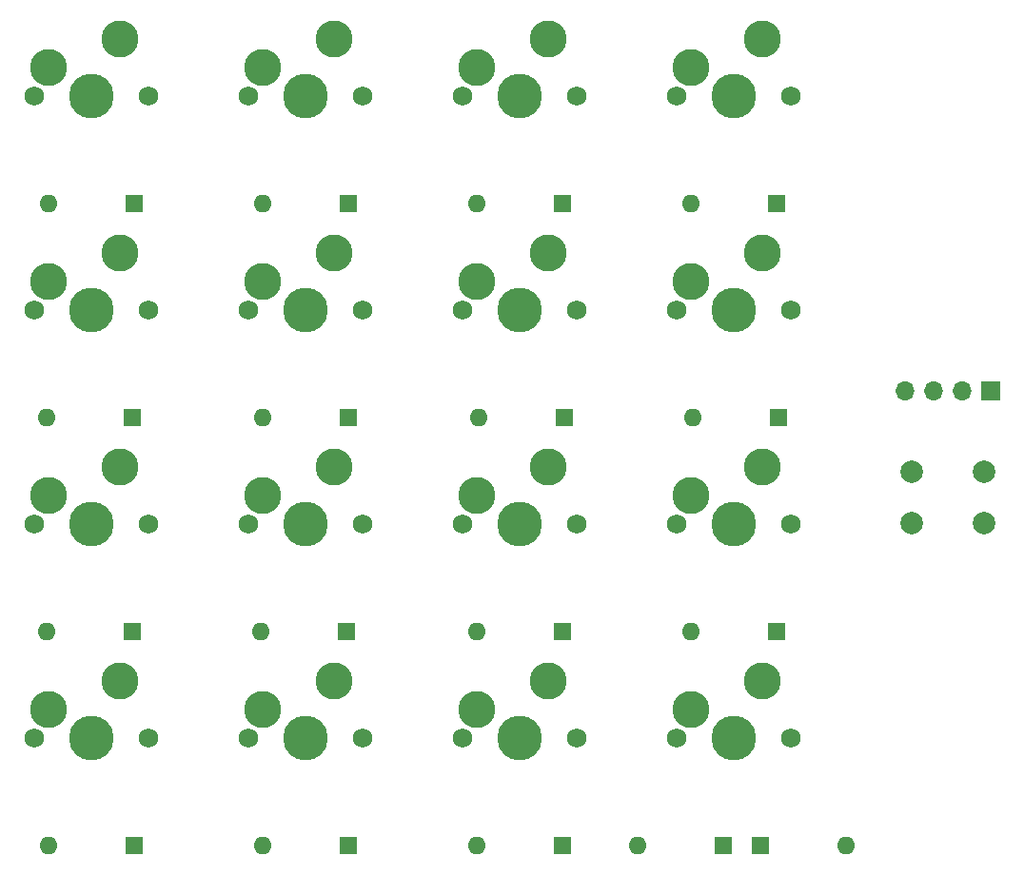
<source format=gts>
G04 #@! TF.GenerationSoftware,KiCad,Pcbnew,7.0.10*
G04 #@! TF.CreationDate,2024-01-29T23:22:10-08:00*
G04 #@! TF.ProjectId,dilpad,64696c70-6164-42e6-9b69-6361645f7063,rev?*
G04 #@! TF.SameCoordinates,Original*
G04 #@! TF.FileFunction,Soldermask,Top*
G04 #@! TF.FilePolarity,Negative*
%FSLAX46Y46*%
G04 Gerber Fmt 4.6, Leading zero omitted, Abs format (unit mm)*
G04 Created by KiCad (PCBNEW 7.0.10) date 2024-01-29 23:22:10*
%MOMM*%
%LPD*%
G01*
G04 APERTURE LIST*
%ADD10R,1.600000X1.600000*%
%ADD11O,1.600000X1.600000*%
%ADD12C,2.000000*%
%ADD13R,1.700000X1.700000*%
%ADD14O,1.700000X1.700000*%
%ADD15C,1.750000*%
%ADD16C,3.987800*%
%ADD17C,3.300000*%
G04 APERTURE END LIST*
D10*
X163512500Y-126206250D03*
D11*
X155892500Y-126206250D03*
D10*
X144303750Y-145256250D03*
D11*
X136683750Y-145256250D03*
D12*
X175343750Y-131100000D03*
X181843750Y-131100000D03*
X175343750Y-135600000D03*
X181843750Y-135600000D03*
D10*
X125095000Y-145256250D03*
D11*
X117475000Y-145256250D03*
D10*
X106203750Y-107156250D03*
D11*
X98583750Y-107156250D03*
D10*
X163353750Y-107156250D03*
D11*
X155733750Y-107156250D03*
D10*
X106045000Y-126206250D03*
D11*
X98425000Y-126206250D03*
D10*
X161925000Y-164306250D03*
D11*
X169545000Y-164306250D03*
D10*
X125253750Y-107156250D03*
D11*
X117633750Y-107156250D03*
D10*
X163353750Y-145256250D03*
D11*
X155733750Y-145256250D03*
D13*
X182393750Y-123825000D03*
D14*
X179853750Y-123825000D03*
X177313750Y-123825000D03*
X174773750Y-123825000D03*
D10*
X125253750Y-126206250D03*
D11*
X117633750Y-126206250D03*
D10*
X144303750Y-107156250D03*
D11*
X136683750Y-107156250D03*
D10*
X158591250Y-164306250D03*
D11*
X150971250Y-164306250D03*
D10*
X144303750Y-164306250D03*
D11*
X136683750Y-164306250D03*
D10*
X106203750Y-164306250D03*
D11*
X98583750Y-164306250D03*
D10*
X144462500Y-126206250D03*
D11*
X136842500Y-126206250D03*
D10*
X125253750Y-164306250D03*
D11*
X117633750Y-164306250D03*
D10*
X106045000Y-145256250D03*
D11*
X98425000Y-145256250D03*
D15*
X126523750Y-97631250D03*
D16*
X121443750Y-97631250D03*
D15*
X116363750Y-97631250D03*
D17*
X117633750Y-95091250D03*
X123983750Y-92551250D03*
D15*
X164623750Y-154781250D03*
D16*
X159543750Y-154781250D03*
D15*
X154463750Y-154781250D03*
D17*
X155733750Y-152241250D03*
X162083750Y-149701250D03*
D15*
X107473750Y-135731250D03*
D16*
X102393750Y-135731250D03*
D15*
X97313750Y-135731250D03*
D17*
X98583750Y-133191250D03*
X104933750Y-130651250D03*
D15*
X107473750Y-116681250D03*
D16*
X102393750Y-116681250D03*
D15*
X97313750Y-116681250D03*
D17*
X98583750Y-114141250D03*
X104933750Y-111601250D03*
D15*
X107473750Y-154781250D03*
D16*
X102393750Y-154781250D03*
D15*
X97313750Y-154781250D03*
D17*
X98583750Y-152241250D03*
X104933750Y-149701250D03*
D15*
X126523750Y-154781250D03*
D16*
X121443750Y-154781250D03*
D15*
X116363750Y-154781250D03*
D17*
X117633750Y-152241250D03*
X123983750Y-149701250D03*
D15*
X145573750Y-97631250D03*
D16*
X140493750Y-97631250D03*
D15*
X135413750Y-97631250D03*
D17*
X136683750Y-95091250D03*
X143033750Y-92551250D03*
D15*
X145573750Y-116681250D03*
D16*
X140493750Y-116681250D03*
D15*
X135413750Y-116681250D03*
D17*
X136683750Y-114141250D03*
X143033750Y-111601250D03*
D15*
X126523750Y-135731250D03*
D16*
X121443750Y-135731250D03*
D15*
X116363750Y-135731250D03*
D17*
X117633750Y-133191250D03*
X123983750Y-130651250D03*
D15*
X145573750Y-154781250D03*
D16*
X140493750Y-154781250D03*
D15*
X135413750Y-154781250D03*
D17*
X136683750Y-152241250D03*
X143033750Y-149701250D03*
D15*
X107473750Y-97631250D03*
D16*
X102393750Y-97631250D03*
D15*
X97313750Y-97631250D03*
D17*
X98583750Y-95091250D03*
X104933750Y-92551250D03*
D15*
X164623750Y-116681250D03*
D16*
X159543750Y-116681250D03*
D15*
X154463750Y-116681250D03*
D17*
X155733750Y-114141250D03*
X162083750Y-111601250D03*
D15*
X164623750Y-135731250D03*
D16*
X159543750Y-135731250D03*
D15*
X154463750Y-135731250D03*
D17*
X155733750Y-133191250D03*
X162083750Y-130651250D03*
D15*
X126523750Y-116681250D03*
D16*
X121443750Y-116681250D03*
D15*
X116363750Y-116681250D03*
D17*
X117633750Y-114141250D03*
X123983750Y-111601250D03*
D15*
X145573750Y-135731250D03*
D16*
X140493750Y-135731250D03*
D15*
X135413750Y-135731250D03*
D17*
X136683750Y-133191250D03*
X143033750Y-130651250D03*
D15*
X164623750Y-97631250D03*
D16*
X159543750Y-97631250D03*
D15*
X154463750Y-97631250D03*
D17*
X155733750Y-95091250D03*
X162083750Y-92551250D03*
M02*

</source>
